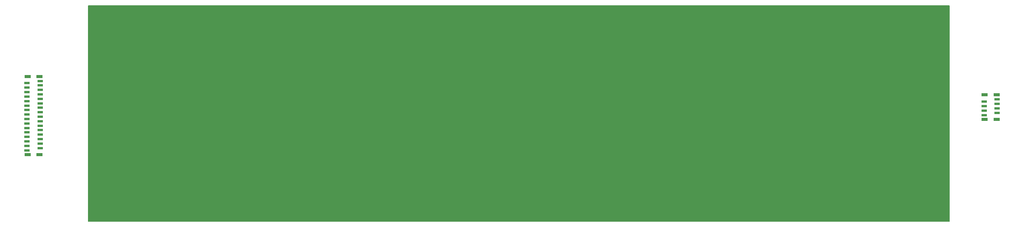
<source format=gbs>
G04 #@! TF.GenerationSoftware,KiCad,Pcbnew,6.0.8+dfsg-1~bpo11+1*
G04 #@! TF.CreationDate,2023-03-24T18:55:58-04:00*
G04 #@! TF.ProjectId,captouch_sensor_diamond_alt_fill,63617074-6f75-4636-985f-73656e736f72,rev?*
G04 #@! TF.SameCoordinates,Original*
G04 #@! TF.FileFunction,Soldermask,Bot*
G04 #@! TF.FilePolarity,Negative*
%FSLAX46Y46*%
G04 Gerber Fmt 4.6, Leading zero omitted, Abs format (unit mm)*
G04 Created by KiCad (PCBNEW 6.0.8+dfsg-1~bpo11+1) date 2023-03-24 18:55:58*
%MOMM*%
%LPD*%
G01*
G04 APERTURE LIST*
%ADD10C,0.150000*%
%ADD11R,1.200000X0.600000*%
%ADD12R,1.400000X0.800000*%
G04 APERTURE END LIST*
D10*
X62900000Y-55775000D02*
X255125000Y-55775000D01*
X255125000Y-55775000D02*
X255125000Y-103975000D01*
X255125000Y-103975000D02*
X62900000Y-103975000D01*
X62900000Y-103975000D02*
X62900000Y-55775000D01*
G36*
X62900000Y-55775000D02*
G01*
X255125000Y-55775000D01*
X255125000Y-103975000D01*
X62900000Y-103975000D01*
X62900000Y-55775000D01*
G37*
D11*
X52125000Y-72625000D03*
X49225000Y-73125000D03*
X52125000Y-73625000D03*
X49225000Y-74125000D03*
X52125000Y-74625000D03*
X49225000Y-75125000D03*
X52125000Y-75625000D03*
X49225000Y-76125000D03*
X52125000Y-76625000D03*
X49225000Y-77125000D03*
X52125000Y-77625000D03*
X49225000Y-78125000D03*
X52125000Y-78625000D03*
X49225000Y-79125000D03*
X52125000Y-79625000D03*
X49225000Y-80125000D03*
X52125000Y-80625000D03*
X49225000Y-81125000D03*
X52125000Y-81625000D03*
X49225000Y-82125000D03*
X52125000Y-82625000D03*
X49225000Y-83125000D03*
X52125000Y-83625000D03*
X49225000Y-84125000D03*
X52125000Y-84625000D03*
X49225000Y-85125000D03*
X52125000Y-85625000D03*
X49225000Y-86125000D03*
X52125000Y-86625000D03*
X49225000Y-87125000D03*
X52125000Y-87625000D03*
X49225000Y-88125000D03*
D12*
X52025000Y-71625000D03*
X49325000Y-71625000D03*
X52025000Y-89125000D03*
X49325000Y-89125000D03*
D11*
X265775000Y-76750000D03*
X262875000Y-77250000D03*
X265775000Y-77750000D03*
X262875000Y-78250000D03*
X265775000Y-78750000D03*
X262875000Y-79250000D03*
X265775000Y-79750000D03*
X262875000Y-80250000D03*
D12*
X265675000Y-75750000D03*
X262975000Y-75750000D03*
X265675000Y-81250000D03*
X262975000Y-81250000D03*
M02*

</source>
